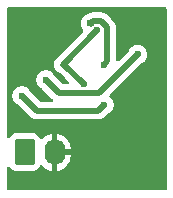
<source format=gbr>
%TF.GenerationSoftware,KiCad,Pcbnew,9.0.2*%
%TF.CreationDate,2025-10-01T12:11:13+03:00*%
%TF.ProjectId,555_flip_flop,3535355f-666c-4697-905f-666c6f702e6b,rev?*%
%TF.SameCoordinates,Original*%
%TF.FileFunction,Copper,L2,Bot*%
%TF.FilePolarity,Positive*%
%FSLAX46Y46*%
G04 Gerber Fmt 4.6, Leading zero omitted, Abs format (unit mm)*
G04 Created by KiCad (PCBNEW 9.0.2) date 2025-10-01 12:11:13*
%MOMM*%
%LPD*%
G01*
G04 APERTURE LIST*
G04 Aperture macros list*
%AMRoundRect*
0 Rectangle with rounded corners*
0 $1 Rounding radius*
0 $2 $3 $4 $5 $6 $7 $8 $9 X,Y pos of 4 corners*
0 Add a 4 corners polygon primitive as box body*
4,1,4,$2,$3,$4,$5,$6,$7,$8,$9,$2,$3,0*
0 Add four circle primitives for the rounded corners*
1,1,$1+$1,$2,$3*
1,1,$1+$1,$4,$5*
1,1,$1+$1,$6,$7*
1,1,$1+$1,$8,$9*
0 Add four rect primitives between the rounded corners*
20,1,$1+$1,$2,$3,$4,$5,0*
20,1,$1+$1,$4,$5,$6,$7,0*
20,1,$1+$1,$6,$7,$8,$9,0*
20,1,$1+$1,$8,$9,$2,$3,0*%
G04 Aperture macros list end*
%TA.AperFunction,ComponentPad*%
%ADD10RoundRect,0.250000X-0.620000X-0.845000X0.620000X-0.845000X0.620000X0.845000X-0.620000X0.845000X0*%
%TD*%
%TA.AperFunction,ComponentPad*%
%ADD11O,1.740000X2.190000*%
%TD*%
%TA.AperFunction,ViaPad*%
%ADD12C,0.600000*%
%TD*%
%TA.AperFunction,ViaPad*%
%ADD13C,0.300000*%
%TD*%
%TA.AperFunction,Conductor*%
%ADD14C,0.500000*%
%TD*%
G04 APERTURE END LIST*
D10*
%TO.P,J1,1,Pin_1*%
%TO.N,+5V*%
X42725000Y-35020000D03*
D11*
%TO.P,J1,2,Pin_2*%
%TO.N,GND*%
X45265000Y-35020000D03*
%TD*%
D12*
%TO.N,GND*%
X42750000Y-27500000D03*
%TO.N,Net-(D1-K)*%
X44525000Y-28885000D03*
X52312500Y-26750000D03*
%TO.N,Net-(U1-DIS)*%
X49475000Y-27615000D03*
X48293657Y-24124390D03*
%TO.N,Net-(U1-CV)*%
X49475000Y-31000000D03*
X42500000Y-30250000D03*
%TO.N,Net-(U1-THR)*%
X48875888Y-24685226D03*
X47750000Y-29250000D03*
D13*
X45959513Y-27601601D03*
%TD*%
D14*
%TO.N,Net-(U1-CV)*%
X43750000Y-31500000D02*
X42500000Y-30250000D01*
X49475000Y-31000000D02*
X48975000Y-31500000D01*
X48975000Y-31500000D02*
X43750000Y-31500000D01*
%TO.N,Net-(D1-K)*%
X45641000Y-30001000D02*
X44525000Y-28885000D01*
X49061500Y-30001000D02*
X45641000Y-30001000D01*
X52312500Y-26750000D02*
X49061500Y-30001000D01*
%TO.N,Net-(U1-DIS)*%
X49751000Y-27339000D02*
X49475000Y-27615000D01*
X49751000Y-24498263D02*
X49751000Y-27339000D01*
X49596331Y-24343594D02*
X49751000Y-24498263D01*
X49186963Y-23934226D02*
X49596331Y-24343594D01*
X48564813Y-23934226D02*
X49186963Y-23934226D01*
X48334153Y-24164886D02*
X48564813Y-23934226D01*
X48293657Y-24124390D02*
X48334153Y-24164886D01*
%TO.N,Net-(U1-THR)*%
X48875888Y-24685226D02*
X45959513Y-27601601D01*
X46101601Y-27601601D02*
X47750000Y-29250000D01*
X45959513Y-27601601D02*
X46101601Y-27601601D01*
%TD*%
%TA.AperFunction,Conductor*%
%TO.N,GND*%
G36*
X54692539Y-22770185D02*
G01*
X54738294Y-22822989D01*
X54749500Y-22874500D01*
X54749500Y-38125500D01*
X54729815Y-38192539D01*
X54677011Y-38238294D01*
X54625500Y-38249500D01*
X41374500Y-38249500D01*
X41307461Y-38229815D01*
X41261706Y-38177011D01*
X41250500Y-38125500D01*
X41250500Y-36346467D01*
X41270185Y-36279428D01*
X41322989Y-36233673D01*
X41392147Y-36223729D01*
X41455703Y-36252754D01*
X41480037Y-36281369D01*
X41512288Y-36333656D01*
X41636344Y-36457712D01*
X41785666Y-36549814D01*
X41952203Y-36604999D01*
X42054991Y-36615500D01*
X43395008Y-36615499D01*
X43497797Y-36604999D01*
X43664334Y-36549814D01*
X43813656Y-36457712D01*
X43937712Y-36333656D01*
X44029814Y-36184334D01*
X44029817Y-36184323D01*
X44030353Y-36183177D01*
X44030934Y-36182516D01*
X44033605Y-36178187D01*
X44034344Y-36178643D01*
X44076521Y-36130734D01*
X44143713Y-36111577D01*
X44210596Y-36131788D01*
X44230420Y-36147892D01*
X44372502Y-36289974D01*
X44546963Y-36416728D01*
X44739098Y-36514627D01*
X44944190Y-36581266D01*
X45015000Y-36592481D01*
X45015000Y-35562709D01*
X45035339Y-35574452D01*
X45186667Y-35615000D01*
X45343333Y-35615000D01*
X45494661Y-35574452D01*
X45515000Y-35562709D01*
X45515000Y-36592480D01*
X45585809Y-36581266D01*
X45790901Y-36514627D01*
X45983036Y-36416728D01*
X46157496Y-36289974D01*
X46157497Y-36289974D01*
X46309974Y-36137497D01*
X46309974Y-36137496D01*
X46436728Y-35963036D01*
X46534627Y-35770901D01*
X46601265Y-35565809D01*
X46635000Y-35352820D01*
X46635000Y-35270000D01*
X45807709Y-35270000D01*
X45819452Y-35249661D01*
X45860000Y-35098333D01*
X45860000Y-34941667D01*
X45819452Y-34790339D01*
X45807709Y-34770000D01*
X46635000Y-34770000D01*
X46635000Y-34687179D01*
X46601265Y-34474190D01*
X46534627Y-34269098D01*
X46436728Y-34076963D01*
X46309974Y-33902503D01*
X46309974Y-33902502D01*
X46157497Y-33750025D01*
X45983036Y-33623271D01*
X45790899Y-33525372D01*
X45585805Y-33458733D01*
X45515000Y-33447518D01*
X45515000Y-34477290D01*
X45494661Y-34465548D01*
X45343333Y-34425000D01*
X45186667Y-34425000D01*
X45035339Y-34465548D01*
X45015000Y-34477290D01*
X45015000Y-33447518D01*
X45014999Y-33447518D01*
X44944194Y-33458733D01*
X44739100Y-33525372D01*
X44546963Y-33623271D01*
X44372506Y-33750022D01*
X44230420Y-33892108D01*
X44169097Y-33925592D01*
X44099405Y-33920608D01*
X44043472Y-33878736D01*
X44030356Y-33856828D01*
X44029816Y-33855670D01*
X44005703Y-33816576D01*
X43937712Y-33706344D01*
X43813656Y-33582288D01*
X43664334Y-33490186D01*
X43497797Y-33435001D01*
X43497795Y-33435000D01*
X43395010Y-33424500D01*
X42054998Y-33424500D01*
X42054981Y-33424501D01*
X41952203Y-33435000D01*
X41952200Y-33435001D01*
X41785668Y-33490185D01*
X41785663Y-33490187D01*
X41636342Y-33582289D01*
X41512289Y-33706342D01*
X41512288Y-33706344D01*
X41485348Y-33750022D01*
X41480039Y-33758629D01*
X41428091Y-33805353D01*
X41359128Y-33816576D01*
X41295046Y-33788732D01*
X41256190Y-33730664D01*
X41250500Y-33693532D01*
X41250500Y-30171153D01*
X41699500Y-30171153D01*
X41699500Y-30328846D01*
X41730261Y-30483489D01*
X41730264Y-30483501D01*
X41790602Y-30629172D01*
X41790609Y-30629185D01*
X41878210Y-30760288D01*
X41878213Y-30760292D01*
X41989710Y-30871789D01*
X42120815Y-30959390D01*
X42120821Y-30959394D01*
X42144475Y-30969191D01*
X42184703Y-30996071D01*
X43271586Y-32082954D01*
X43301058Y-32102645D01*
X43345270Y-32132186D01*
X43394505Y-32165084D01*
X43394506Y-32165084D01*
X43394507Y-32165085D01*
X43394509Y-32165086D01*
X43531082Y-32221656D01*
X43531087Y-32221658D01*
X43531091Y-32221658D01*
X43531092Y-32221659D01*
X43676079Y-32250500D01*
X43676082Y-32250500D01*
X49048920Y-32250500D01*
X49146462Y-32231096D01*
X49193913Y-32221658D01*
X49330495Y-32165084D01*
X49379729Y-32132186D01*
X49379734Y-32132183D01*
X49404071Y-32115921D01*
X49453416Y-32082952D01*
X49790297Y-31746069D01*
X49830524Y-31719191D01*
X49854179Y-31709394D01*
X49985289Y-31621789D01*
X50096789Y-31510289D01*
X50184394Y-31379179D01*
X50244737Y-31233497D01*
X50275500Y-31078842D01*
X50275500Y-30921158D01*
X50275500Y-30921155D01*
X50275499Y-30921153D01*
X50244738Y-30766510D01*
X50244737Y-30766503D01*
X50237563Y-30749184D01*
X50184397Y-30620827D01*
X50184390Y-30620814D01*
X50096789Y-30489711D01*
X50096786Y-30489707D01*
X49985292Y-30378213D01*
X49985288Y-30378210D01*
X49967269Y-30366170D01*
X49922464Y-30312558D01*
X49913757Y-30243233D01*
X49943912Y-30180205D01*
X49948461Y-30175405D01*
X52627795Y-27496070D01*
X52668019Y-27469193D01*
X52691679Y-27459394D01*
X52822789Y-27371789D01*
X52934289Y-27260289D01*
X53021894Y-27129179D01*
X53082237Y-26983497D01*
X53113000Y-26828842D01*
X53113000Y-26671158D01*
X53113000Y-26671155D01*
X53112999Y-26671153D01*
X53082238Y-26516510D01*
X53082237Y-26516503D01*
X53048355Y-26434704D01*
X53021897Y-26370827D01*
X53021890Y-26370814D01*
X52934289Y-26239711D01*
X52934286Y-26239707D01*
X52822792Y-26128213D01*
X52822788Y-26128210D01*
X52691685Y-26040609D01*
X52691672Y-26040602D01*
X52546001Y-25980264D01*
X52545989Y-25980261D01*
X52391345Y-25949500D01*
X52391342Y-25949500D01*
X52233658Y-25949500D01*
X52233655Y-25949500D01*
X52079010Y-25980261D01*
X52078998Y-25980264D01*
X51933327Y-26040602D01*
X51933314Y-26040609D01*
X51802211Y-26128210D01*
X51802207Y-26128213D01*
X51690713Y-26239707D01*
X51690707Y-26239715D01*
X51603107Y-26370818D01*
X51603105Y-26370822D01*
X51593305Y-26394480D01*
X51566427Y-26434704D01*
X50713181Y-27287950D01*
X50651858Y-27321435D01*
X50582166Y-27316451D01*
X50526233Y-27274579D01*
X50501816Y-27209115D01*
X50501500Y-27200269D01*
X50501500Y-24424342D01*
X50472659Y-24279355D01*
X50472658Y-24279354D01*
X50472658Y-24279350D01*
X50416084Y-24142768D01*
X50351124Y-24045548D01*
X50333952Y-24019847D01*
X50074747Y-23760642D01*
X49928202Y-23614097D01*
X49665384Y-23351278D01*
X49665377Y-23351272D01*
X49591692Y-23302038D01*
X49591692Y-23302039D01*
X49542454Y-23269139D01*
X49405880Y-23212569D01*
X49405870Y-23212566D01*
X49260883Y-23183726D01*
X49260881Y-23183726D01*
X48490895Y-23183726D01*
X48490889Y-23183726D01*
X48462055Y-23189460D01*
X48462056Y-23189461D01*
X48345906Y-23212565D01*
X48345896Y-23212568D01*
X48265894Y-23245705D01*
X48265895Y-23245706D01*
X48209318Y-23269141D01*
X48127382Y-23323890D01*
X48127376Y-23323894D01*
X48110823Y-23334953D01*
X48066145Y-23353461D01*
X48060166Y-23354650D01*
X48060157Y-23354653D01*
X47914484Y-23414992D01*
X47914471Y-23414999D01*
X47783368Y-23502600D01*
X47783364Y-23502603D01*
X47671870Y-23614097D01*
X47671867Y-23614101D01*
X47584266Y-23745204D01*
X47584259Y-23745217D01*
X47523921Y-23890888D01*
X47523918Y-23890900D01*
X47493157Y-24045543D01*
X47493157Y-24203236D01*
X47523918Y-24357879D01*
X47523921Y-24357891D01*
X47584259Y-24503562D01*
X47584266Y-24503575D01*
X47671867Y-24634678D01*
X47671870Y-24634682D01*
X47680785Y-24643597D01*
X47714270Y-24704920D01*
X47709286Y-24774612D01*
X47680785Y-24818959D01*
X45376560Y-27123185D01*
X45376556Y-27123190D01*
X45351233Y-27161091D01*
X45351233Y-27161092D01*
X45294426Y-27246109D01*
X45237856Y-27382683D01*
X45237853Y-27382693D01*
X45209013Y-27527680D01*
X45209013Y-27527683D01*
X45209013Y-27675519D01*
X45209013Y-27675521D01*
X45209012Y-27675521D01*
X45237853Y-27820508D01*
X45237856Y-27820518D01*
X45294427Y-27957093D01*
X45294428Y-27957095D01*
X45294429Y-27957096D01*
X45319202Y-27994172D01*
X45319206Y-27994177D01*
X45319207Y-27994180D01*
X45376559Y-28080015D01*
X45376560Y-28080016D01*
X45376561Y-28080017D01*
X45481097Y-28184553D01*
X45481100Y-28184555D01*
X45481102Y-28184557D01*
X45481103Y-28184558D01*
X45534019Y-28219913D01*
X45534022Y-28219916D01*
X45534023Y-28219916D01*
X45604018Y-28266685D01*
X45740600Y-28323259D01*
X45740604Y-28323259D01*
X45741428Y-28323510D01*
X45741926Y-28323809D01*
X45746229Y-28325591D01*
X45745964Y-28326228D01*
X45793125Y-28354493D01*
X46178343Y-28739711D01*
X46477452Y-29038819D01*
X46510937Y-29100142D01*
X46505953Y-29169833D01*
X46464082Y-29225767D01*
X46398617Y-29250184D01*
X46389771Y-29250500D01*
X46003229Y-29250500D01*
X45936190Y-29230815D01*
X45915548Y-29214181D01*
X45271071Y-28569703D01*
X45244191Y-28529475D01*
X45234394Y-28505821D01*
X45227015Y-28494777D01*
X45146789Y-28374710D01*
X45035292Y-28263213D01*
X45035288Y-28263210D01*
X44904185Y-28175609D01*
X44904172Y-28175602D01*
X44758501Y-28115264D01*
X44758489Y-28115261D01*
X44603845Y-28084500D01*
X44603842Y-28084500D01*
X44446158Y-28084500D01*
X44446155Y-28084500D01*
X44291510Y-28115261D01*
X44291498Y-28115264D01*
X44145827Y-28175602D01*
X44145814Y-28175609D01*
X44014711Y-28263210D01*
X44014707Y-28263213D01*
X43903213Y-28374707D01*
X43903210Y-28374711D01*
X43815609Y-28505814D01*
X43815602Y-28505827D01*
X43755264Y-28651498D01*
X43755261Y-28651510D01*
X43724500Y-28806153D01*
X43724500Y-28963846D01*
X43755261Y-29118489D01*
X43755264Y-29118501D01*
X43815602Y-29264172D01*
X43815609Y-29264185D01*
X43903210Y-29395288D01*
X43903213Y-29395292D01*
X44014710Y-29506789D01*
X44065326Y-29540609D01*
X44145821Y-29594394D01*
X44169475Y-29604191D01*
X44209703Y-29631071D01*
X45058048Y-30479415D01*
X45058050Y-30479417D01*
X45116452Y-30537820D01*
X45149936Y-30599143D01*
X45144951Y-30668835D01*
X45103080Y-30724768D01*
X45037615Y-30749184D01*
X45028770Y-30749500D01*
X44112230Y-30749500D01*
X44045191Y-30729815D01*
X44024549Y-30713181D01*
X43246071Y-29934703D01*
X43219191Y-29894475D01*
X43209394Y-29870821D01*
X43209389Y-29870814D01*
X43121789Y-29739710D01*
X43010292Y-29628213D01*
X43010288Y-29628210D01*
X42879185Y-29540609D01*
X42879172Y-29540602D01*
X42733501Y-29480264D01*
X42733489Y-29480261D01*
X42578845Y-29449500D01*
X42578842Y-29449500D01*
X42421158Y-29449500D01*
X42421155Y-29449500D01*
X42266510Y-29480261D01*
X42266498Y-29480264D01*
X42120827Y-29540602D01*
X42120814Y-29540609D01*
X41989711Y-29628210D01*
X41989707Y-29628213D01*
X41878213Y-29739707D01*
X41878210Y-29739711D01*
X41790609Y-29870814D01*
X41790602Y-29870827D01*
X41730264Y-30016498D01*
X41730261Y-30016510D01*
X41699500Y-30171153D01*
X41250500Y-30171153D01*
X41250500Y-22874500D01*
X41270185Y-22807461D01*
X41322989Y-22761706D01*
X41374500Y-22750500D01*
X54625500Y-22750500D01*
X54692539Y-22770185D01*
G37*
%TD.AperFunction*%
%TD*%
M02*

</source>
